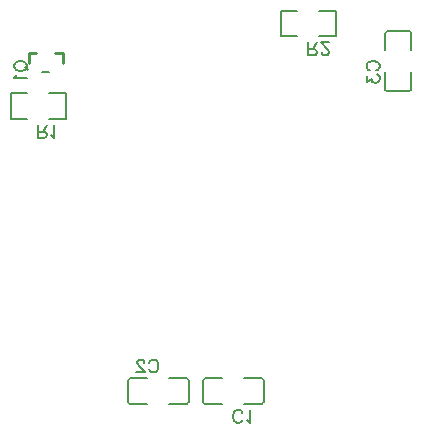
<source format=gbo>
G04 Layer: BottomSilkscreenLayer*
G04 EasyEDA v6.5.39, 2023-12-12 15:22:05*
G04 97430d4051d74cbab9520267499de571,defc1f93b7bc4f92b0c06f3051cee8fa,10*
G04 Gerber Generator version 0.2*
G04 Scale: 100 percent, Rotated: No, Reflected: No *
G04 Dimensions in millimeters *
G04 leading zeros omitted , absolute positions ,4 integer and 5 decimal *
%FSLAX45Y45*%
%MOMM*%

%ADD10C,0.1524*%
%ADD11C,0.2540*%
%ADD12C,0.2000*%

%LPD*%
D10*
X6921487Y3224776D02*
G01*
X6921487Y3333742D01*
X6921487Y3224776D02*
G01*
X6968223Y3224776D01*
X6983717Y3229856D01*
X6989051Y3235190D01*
X6994131Y3245604D01*
X6994131Y3256018D01*
X6989051Y3266432D01*
X6983717Y3271512D01*
X6968223Y3276592D01*
X6921487Y3276592D01*
X6957809Y3276592D02*
G01*
X6994131Y3333742D01*
X7033755Y3250684D02*
G01*
X7033755Y3245604D01*
X7038835Y3235190D01*
X7044169Y3229856D01*
X7054583Y3224776D01*
X7075157Y3224776D01*
X7085571Y3229856D01*
X7090905Y3235190D01*
X7095985Y3245604D01*
X7095985Y3256018D01*
X7090905Y3266432D01*
X7080491Y3281926D01*
X7028421Y3333742D01*
X7101319Y3333742D01*
X6364467Y139192D02*
G01*
X6359133Y128778D01*
X6348719Y118363D01*
X6338559Y113284D01*
X6317731Y113284D01*
X6307317Y118363D01*
X6296903Y128778D01*
X6291569Y139192D01*
X6286489Y154939D01*
X6286489Y180847D01*
X6291569Y196342D01*
X6296903Y206755D01*
X6307317Y217170D01*
X6317731Y222250D01*
X6338559Y222250D01*
X6348719Y217170D01*
X6359133Y206755D01*
X6364467Y196342D01*
X6398757Y134112D02*
G01*
X6409171Y128778D01*
X6424665Y113284D01*
X6424665Y222250D01*
X5573511Y622807D02*
G01*
X5578845Y633221D01*
X5589259Y643636D01*
X5599419Y648715D01*
X5620247Y648715D01*
X5630661Y643636D01*
X5641075Y633221D01*
X5646409Y622807D01*
X5651489Y607060D01*
X5651489Y581152D01*
X5646409Y565657D01*
X5641075Y555244D01*
X5630661Y544829D01*
X5620247Y539750D01*
X5599419Y539750D01*
X5589259Y544829D01*
X5578845Y555244D01*
X5573511Y565657D01*
X5534141Y622807D02*
G01*
X5534141Y627887D01*
X5528807Y638302D01*
X5523727Y643636D01*
X5513313Y648715D01*
X5492485Y648715D01*
X5482071Y643636D01*
X5476991Y638302D01*
X5471657Y627887D01*
X5471657Y617473D01*
X5476991Y607060D01*
X5487405Y591565D01*
X5539221Y539750D01*
X5466577Y539750D01*
X7441679Y3097014D02*
G01*
X7431265Y3102348D01*
X7420851Y3112762D01*
X7415771Y3122922D01*
X7415771Y3143750D01*
X7420851Y3154164D01*
X7431265Y3164578D01*
X7441679Y3169912D01*
X7457427Y3174992D01*
X7483335Y3174992D01*
X7498829Y3169912D01*
X7509243Y3164578D01*
X7519657Y3154164D01*
X7524737Y3143750D01*
X7524737Y3122922D01*
X7519657Y3112762D01*
X7509243Y3102348D01*
X7498829Y3097014D01*
X7415771Y3052310D02*
G01*
X7415771Y2995160D01*
X7457427Y3026402D01*
X7457427Y3010908D01*
X7462507Y3000494D01*
X7467587Y2995160D01*
X7483335Y2990080D01*
X7493749Y2990080D01*
X7509243Y2995160D01*
X7519657Y3005574D01*
X7524737Y3021322D01*
X7524737Y3036816D01*
X7519657Y3052310D01*
X7514577Y3057644D01*
X7504163Y3062724D01*
X4431273Y3143750D02*
G01*
X4436353Y3154164D01*
X4446767Y3164578D01*
X4457181Y3169912D01*
X4472929Y3174992D01*
X4498837Y3174992D01*
X4514331Y3169912D01*
X4524745Y3164578D01*
X4535159Y3154164D01*
X4540239Y3143750D01*
X4540239Y3122922D01*
X4535159Y3112762D01*
X4524745Y3102348D01*
X4514331Y3097014D01*
X4498837Y3091934D01*
X4472929Y3091934D01*
X4457181Y3097014D01*
X4446767Y3102348D01*
X4436353Y3112762D01*
X4431273Y3122922D01*
X4431273Y3143750D01*
X4519665Y3128256D02*
G01*
X4550653Y3097014D01*
X4452101Y3057644D02*
G01*
X4446767Y3047230D01*
X4431273Y3031482D01*
X4540239Y3031482D01*
X4635489Y2526278D02*
G01*
X4635489Y2635244D01*
X4635489Y2526278D02*
G01*
X4682225Y2526278D01*
X4697719Y2531358D01*
X4703053Y2536692D01*
X4708133Y2547106D01*
X4708133Y2557520D01*
X4703053Y2567934D01*
X4697719Y2573014D01*
X4682225Y2578094D01*
X4635489Y2578094D01*
X4671811Y2578094D02*
G01*
X4708133Y2635244D01*
X4742423Y2547106D02*
G01*
X4752837Y2541772D01*
X4768585Y2526278D01*
X4768585Y2635244D01*
X7016607Y3600401D02*
G01*
X7152599Y3600401D01*
X7152599Y3384583D01*
X7016607Y3384583D01*
X6826366Y3600401D02*
G01*
X6690375Y3600401D01*
X6690375Y3384583D01*
X6826366Y3384583D01*
X6527609Y271739D02*
G01*
X6379110Y271739D01*
X6379110Y490260D02*
G01*
X6527609Y490260D01*
X6542849Y475020D02*
G01*
X6542849Y286979D01*
X6045370Y271739D02*
G01*
X6193868Y271739D01*
X6193868Y490260D02*
G01*
X6045370Y490260D01*
X6030130Y475020D02*
G01*
X6030130Y286979D01*
X5410370Y490260D02*
G01*
X5558868Y490260D01*
X5558868Y271739D02*
G01*
X5410370Y271739D01*
X5395130Y286979D02*
G01*
X5395130Y475020D01*
X5892609Y490260D02*
G01*
X5744110Y490260D01*
X5744110Y271739D02*
G01*
X5892609Y271739D01*
X5907849Y286979D02*
G01*
X5907849Y475020D01*
X7574226Y2933872D02*
G01*
X7574226Y3082371D01*
X7792747Y3082371D02*
G01*
X7792747Y2933872D01*
X7777507Y2918632D02*
G01*
X7589466Y2918632D01*
X7574226Y3416112D02*
G01*
X7574226Y3267613D01*
X7792747Y3267613D02*
G01*
X7792747Y3416112D01*
X7777507Y3431352D02*
G01*
X7589466Y3431352D01*
D11*
X4844989Y3158482D02*
G01*
X4844989Y3239990D01*
X4778999Y3239990D01*
X4618979Y3239990D02*
G01*
X4552990Y3239990D01*
X4618979Y3239990D01*
X4552990Y3239990D01*
X4552990Y3158482D01*
D12*
X4728987Y3085000D02*
G01*
X4668992Y3085000D01*
D10*
X4730610Y2901904D02*
G01*
X4866601Y2901904D01*
X4866601Y2686085D01*
X4730610Y2686085D01*
X4540369Y2901904D02*
G01*
X4404377Y2901904D01*
X4404377Y2686085D01*
X4540369Y2686085D01*
G75*
G01*
X6527610Y490261D02*
G02*
X6542849Y475021I-1J-15240D01*
G75*
G01*
X6542849Y286979D02*
G02*
X6527610Y271739I-15240J0D01*
G75*
G01*
X6045370Y490261D02*
G03*
X6030130Y475021I0J-15240D01*
G75*
G01*
X6030130Y286979D02*
G03*
X6045370Y271739I15240J0D01*
G75*
G01*
X5410370Y271739D02*
G02*
X5395130Y286979I0J15240D01*
G75*
G01*
X5395130Y475021D02*
G02*
X5410370Y490261I15240J0D01*
G75*
G01*
X5892610Y271739D02*
G03*
X5907849Y286979I-1J15240D01*
G75*
G01*
X5907849Y475021D02*
G03*
X5892610Y490261I-15240J0D01*
G75*
G01*
X7792748Y2933873D02*
G02*
X7777508Y2918633I-15240J0D01*
G75*
G01*
X7589467Y2918633D02*
G02*
X7574227Y2933873I0J15240D01*
G75*
G01*
X7792748Y3416112D02*
G03*
X7777508Y3431352I-15240J0D01*
G75*
G01*
X7589467Y3431352D02*
G03*
X7574227Y3416112I0J-15240D01*
M02*

</source>
